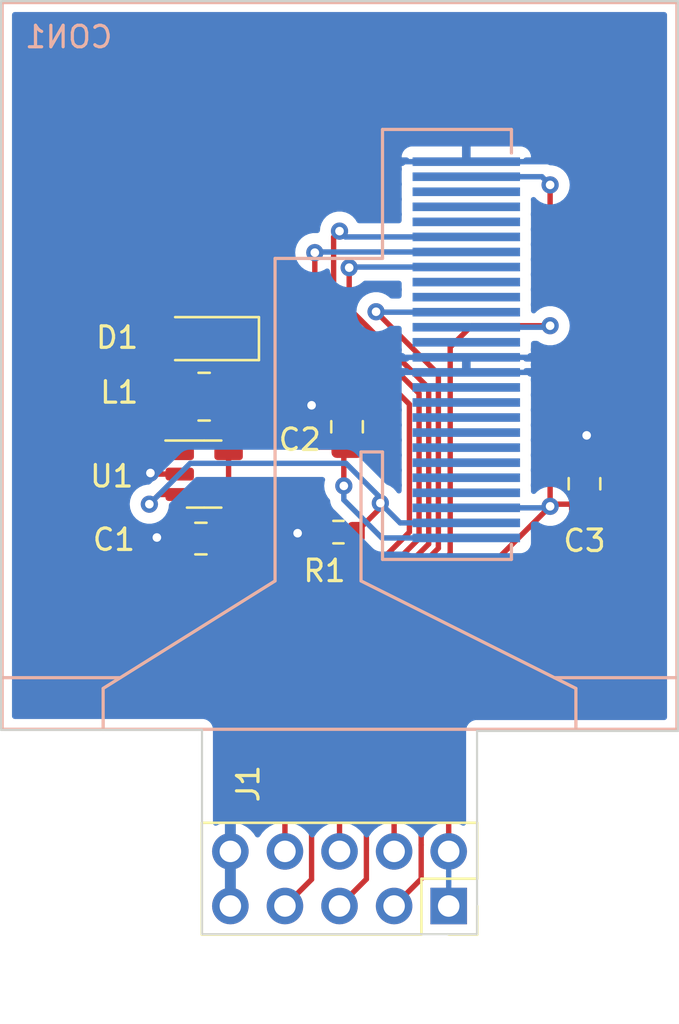
<source format=kicad_pcb>
(kicad_pcb (version 20211014) (generator pcbnew)
  (layers (0 "F.Cu" signal) (31 "B.Cu" signal) (34 "B.Paste" user) (35 "F.Paste" user) (36 "B.SilkS" user "B.Silkscreen") (37 "F.SilkS" user "F.Silkscreen") (38 "B.Mask" user) (39 "F.Mask" user) (44 "Edge.Cuts" user))
  (net 0 "")
  (net 1 "VBAT")
  (net 2 "GND")
  (net 3 "BLCD_A")
  (net 4 "+3V3")
  (net 8 "SPI_CS_LCD0")
  (net 9 "LCD_RESET")
  (net 10 "SPI_DC")
  (net 13 "SPI_MOSI")
  (net 14 "SPI_SCK")
  (net 24 "BLCD_K")
  (net 25 "Net-(D1-Pad2)")
  (footprint "Connector_PinSocket_2.54mm:PinSocket_2x05_P2.54mm_Vertical" (layer "F.Cu") (at 135.63 115.59 -90)
    (fp_text reference "J1" (at -5.69 9.33 90) (layer "F.SilkS"))
    (fp_text value "Conn_01x10_Male")
    (fp_line (start 0 -1.33) (end 1.33 -1.33) (layer "F.SilkS") (width 0.12))
    (fp_line (start -3.87 -1.33) (end -1.27 -1.33) (layer "F.SilkS") (width 0.12))
    (fp_line (start 1.33 1.27) (end 1.33 11.49) (layer "F.SilkS") (width 0.12))
    (fp_line (start 1.33 -1.33) (end 1.33 0) (layer "F.SilkS") (width 0.12))
    (fp_line (start -1.27 -1.33) (end -1.27 1.27) (layer "F.SilkS") (width 0.12))
    (fp_line (start -3.87 11.49) (end 1.33 11.49) (layer "F.SilkS") (width 0.12))
    (fp_line (start -1.27 1.27) (end 1.33 1.27) (layer "F.SilkS") (width 0.12))
    (fp_line (start -3.87 -1.33) (end -3.87 11.49) (layer "F.SilkS") (width 0.12))
    (pad "1" thru_hole rect (at 0 0 270) (size 1.7 1.7) (drill 1) (layers *.Cu *.Mask) (net 4 "+3V3"))
    (pad "2" thru_hole oval (at -2.54 0 270) (size 1.7 1.7) (drill 1) (layers *.Cu *.Mask) (net 4 "+3V3"))
    (pad "3" thru_hole oval (at 0 2.54 270) (size 1.7 1.7) (drill 1) (layers *.Cu *.Mask) (net 14 "SPI_SCK"))
    (pad "4" thru_hole oval (at -2.54 2.54 270) (size 1.7 1.7) (drill 1) (layers *.Cu *.Mask) (net 13 "SPI_MOSI"))
    (pad "5" thru_hole oval (at 0 5.08 270) (size 1.7 1.7) (drill 1) (layers *.Cu *.Mask) (net 10 "SPI_DC"))
    (pad "6" thru_hole oval (at -2.54 5.08 270) (size 1.7 1.7) (drill 1) (layers *.Cu *.Mask) (net 8 "SPI_CS_LCD0"))
    (pad "7" thru_hole oval (at 0 7.62 270) (size 1.7 1.7) (drill 1) (layers *.Cu *.Mask) (net 9 "LCD_RESET"))
    (pad "8" thru_hole oval (at -2.54 7.62 270) (size 1.7 1.7) (drill 1) (layers *.Cu *.Mask) (net 1 "VBAT"))
    (pad "9" thru_hole oval (at 0 10.16 270) (size 1.7 1.7) (drill 1) (layers *.Cu *.Mask) (net 2 "GND"))
    (pad "10" thru_hole oval (at -2.54 10.16 270) (size 1.7 1.7) (drill 1) (layers *.Cu *.Mask) (net 2 "GND"))
  )
  (footprint "Capacitor_SMD:C_0805_2012Metric" (layer "F.Cu") (at 124.1 98.5 180)
    (fp_text reference "C1" (at 4.05 -0.05) (layer "F.SilkS"))
    (fp_text value "10u")
    (fp_line (start -0.261252 -0.735) (end 0.261252 -0.735) (layer "F.SilkS") (width 0.12))
    (fp_line (start -0.261252 0.735) (end 0.261252 0.735) (layer "F.SilkS") (width 0.12))
    (pad "1" smd roundrect (at -0.95 0 180) (size 1 1.45) (layers "F.Cu" "F.Paste" "F.Mask") (net 1 "VBAT"))
    (pad "2" smd roundrect (at 0.95 0 180) (size 1 1.45) (layers "F.Cu" "F.Paste" "F.Mask") (net 2 "GND"))
  )
  (footprint "Capacitor_SMD:C_0805_2012Metric" (layer "F.Cu") (at 141.95 95.95 90)
    (fp_text reference "C3" (at -2.65 0 180) (layer "F.SilkS"))
    (fp_text value "10u")
    (fp_line (start -0.261252 0.735) (end 0.261252 0.735) (layer "F.SilkS") (width 0.12))
    (fp_line (start -0.261252 -0.735) (end 0.261252 -0.735) (layer "F.SilkS") (width 0.12))
    (pad "1" smd roundrect (at -0.95 0 90) (size 1 1.45) (layers "F.Cu" "F.Paste" "F.Mask") (net 4 "+3V3"))
    (pad "2" smd roundrect (at 0.95 0 90) (size 1 1.45) (layers "F.Cu" "F.Paste" "F.Mask") (net 2 "GND"))
  )
  (footprint "Capacitor_SMD:C_0805_2012Metric" (layer "F.Cu") (at 130.9 93.3 90)
    (fp_text reference "C2" (at -0.6 -2.2 180) (layer "F.SilkS"))
    (fp_text value "10u")
    (fp_line (start -0.261252 0.735) (end 0.261252 0.735) (layer "F.SilkS") (width 0.12))
    (fp_line (start -0.261252 -0.735) (end 0.261252 -0.735) (layer "F.SilkS") (width 0.12))
    (pad "1" smd roundrect (at -0.95 0 90) (size 1 1.45) (layers "F.Cu" "F.Paste" "F.Mask") (net 3 "BLCD_A"))
    (pad "2" smd roundrect (at 0.95 0 90) (size 1 1.45) (layers "F.Cu" "F.Paste" "F.Mask") (net 2 "GND"))
  )
  (footprint "Package_TO_SOT_SMD:SOT-23-5" (layer "F.Cu") (at 124.25 95.5)
    (fp_text reference "U1" (at -4.3 0.1) (layer "F.SilkS"))
    (fp_text value "XR2203")
    (fp_line (start 0 -1.56) (end 0.8 -1.56) (layer "F.SilkS") (width 0.12))
    (fp_line (start 0 1.56) (end -0.8 1.56) (layer "F.SilkS") (width 0.12))
    (fp_line (start 0 -1.56) (end -1.8 -1.56) (layer "F.SilkS") (width 0.12))
    (fp_line (start 0 1.56) (end 0.8 1.56) (layer "F.SilkS") (width 0.12))
    (pad "1" smd roundrect (at -1.1375 -0.95) (size 1.325 0.6) (layers "F.Cu" "F.Paste" "F.Mask") (net 25 "Net-(D1-Pad2)"))
    (pad "2" smd roundrect (at -1.1375 0) (size 1.325 0.6) (layers "F.Cu" "F.Paste" "F.Mask") (net 2 "GND"))
    (pad "3" smd roundrect (at -1.1375 0.95) (size 1.325 0.6) (layers "F.Cu" "F.Paste" "F.Mask") (net 24 "BLCD_K"))
    (pad "4" smd roundrect (at 1.1375 0.95) (size 1.325 0.6) (layers "F.Cu" "F.Paste" "F.Mask") (net 1 "VBAT"))
    (pad "5" smd roundrect (at 1.1375 -0.95) (size 1.325 0.6) (layers "F.Cu" "F.Paste" "F.Mask") (net 1 "VBAT"))
  )
  (footprint "Inductor_SMD:L_1008_2520Metric" (layer "F.Cu") (at 124.25 91.9 180)
    (fp_text reference "L1" (at 3.95 0.2) (layer "F.SilkS"))
    (fp_text value "4u7")
    (fp_line (start -0.261252 1.11) (end 0.261252 1.11) (layer "F.SilkS") (width 0.12))
    (fp_line (start -0.261252 -1.11) (end 0.261252 -1.11) (layer "F.SilkS") (width 0.12))
    (pad "1" smd roundrect (at -1.075 0 180) (size 1.25 2.2) (layers "F.Cu" "F.Paste" "F.Mask") (roundrect_rratio 0.2) (net 1 "VBAT"))
    (pad "2" smd roundrect (at 1.075 0 180) (size 1.25 2.2) (layers "F.Cu" "F.Paste" "F.Mask") (roundrect_rratio 0.2) (net 25 "Net-(D1-Pad2)"))
  )
  (footprint "Resistor_SMD:R_0603_1608Metric" (layer "F.Cu") (at 130.5 98.2 180)
    (fp_text reference "R1" (at 0.65 -1.8) (layer "F.SilkS"))
    (fp_text value "27R")
    (fp_line (start -0.237258 -0.5225) (end 0.237258 -0.5225) (layer "F.SilkS") (width 0.12))
    (fp_line (start -0.237258 0.5225) (end 0.237258 0.5225) (layer "F.SilkS") (width 0.12))
    (pad "1" smd roundrect (at -0.825 0 180) (size 0.8 0.95) (layers "F.Cu" "F.Paste" "F.Mask") (net 24 "BLCD_K"))
    (pad "2" smd roundrect (at 0.825 0 180) (size 0.8 0.95) (layers "F.Cu" "F.Paste" "F.Mask") (net 2 "GND"))
  )
  (footprint "Diode_SMD:D_SOD-123" (layer "F.Cu") (at 124.55 89.2 180)
    (fp_text reference "D1" (at 4.35 0.05) (layer "F.SilkS"))
    (fp_text value "MBR0520")
    (fp_line (start -2.25 -1) (end 1.65 -1) (layer "F.SilkS") (width 0.12))
    (fp_line (start -2.25 -1) (end -2.25 1) (layer "F.SilkS") (width 0.12))
    (fp_line (start -2.25 1) (end 1.65 1) (layer "F.SilkS") (width 0.12))
    (pad "1" smd rect (at -1.65 0 180) (size 0.9 1.2) (layers "F.Cu" "F.Paste" "F.Mask") (net 3 "BLCD_A"))
    (pad "2" smd rect (at 1.65 0 180) (size 0.9 1.2) (layers "F.Cu" "F.Paste" "F.Mask") (net 25 "Net-(D1-Pad2)"))
  )
  (footprint "jeroens_lib:lcd_1.5in_vert_hotbar" (layer "B.Cu") (at 130.55 90.47 180)
    (fp_text reference "CON1" (at 12.6 15.3) (layer "B.SilkS") (effects (justify mirror)))
    (fp_text value "1.5IN_DISP_240x240")
    (fp_line (start -1 -4) (end -1 -10) (layer "B.SilkS") (width 0.15))
    (fp_line (start -8 -8.3) (end -8 -9) (layer "B.SilkS") (width 0.15))
    (fp_line (start -2 -4) (end -1 -4) (layer "B.SilkS") (width 0.15))
    (fp_line (start -2 5) (end 3 5) (layer "B.SilkS") (width 0.15))
    (fp_line (start 15.7 16.9) (end -15.7 16.9) (layer "B.SilkS") (width 0.15))
    (fp_line (start -15.7 -16.9) (end 15.7 -16.9) (layer "B.SilkS") (width 0.15))
    (fp_line (start -8 11) (end -2 11) (layer "B.SilkS") (width 0.15))
    (fp_line (start 10.2 -14.5) (end 15.7 -14.5) (layer "B.SilkS") (width 0.15))
    (fp_line (start -2 -9) (end -2 -4) (layer "B.SilkS") (width 0.15))
    (fp_line (start 3 5) (end 3 -10) (layer "B.SilkS") (width 0.15))
    (fp_line (start -11 -15) (end -11 -16.9) (layer "B.SilkS") (width 0.15))
    (fp_line (start 3 -10) (end 11 -15) (layer "B.SilkS") (width 0.15))
    (fp_line (start -8 9.9) (end -8 11) (layer "B.SilkS") (width 0.15))
    (fp_line (start 15.7 -16.9) (end 15.7 16.9) (layer "B.SilkS") (width 0.15))
    (fp_line (start -15.7 16.9) (end -15.7 -16.9) (layer "B.SilkS") (width 0.15))
    (fp_line (start -1 -10) (end -11 -15) (layer "B.SilkS") (width 0.15))
    (fp_line (start -8 -9) (end -2 -9) (layer "B.SilkS") (width 0.15))
    (fp_line (start 11 -15) (end 11 -16.9) (layer "B.SilkS") (width 0.15))
    (fp_line (start -15.7 -14.5) (end -10 -14.5) (layer "B.SilkS") (width 0.15))
    (fp_line (start -2 11) (end -2 5) (layer "B.SilkS") (width 0.15))
    (pad "8" smd rect locked (at -5.9 9.5 180) (size 5 0.4) (layers "B.Cu" "B.Paste" "B.Mask") (net 2 "GND"))
    (pad "9" smd rect locked (at -5.9 8.8 180) (size 5 0.4) (layers "B.Cu" "B.Paste" "B.Mask") (net 4 "+3V3"))
    (pad "10" smd rect locked (at -5.9 8.1 180) (size 5 0.4) (layers "B.Cu" "B.Paste" "B.Mask"))
    (pad "11" smd rect locked (at -5.9 7.4 180) (size 5 0.4) (layers "B.Cu" "B.Paste" "B.Mask"))
    (pad "12" smd rect locked (at -5.9 6.7 180) (size 5 0.4) (layers "B.Cu" "B.Paste" "B.Mask"))
    (pad "13" smd rect locked (at -5.9 6 180) (size 5 0.4) (layers "B.Cu" "B.Paste" "B.Mask") (net 8 "SPI_CS_LCD0"))
    (pad "14" smd rect locked (at -5.9 5.3 180) (size 5 0.4) (layers "B.Cu" "B.Paste" "B.Mask") (net 9 "LCD_RESET"))
    (pad "15" smd rect locked (at -5.9 4.6 180) (size 5 0.4) (layers "B.Cu" "B.Paste" "B.Mask") (net 10 "SPI_DC"))
    (pad "16" smd rect locked (at -5.9 3.9 180) (size 5 0.4) (layers "B.Cu" "B.Paste" "B.Mask"))
    (pad "17" smd rect locked (at -5.9 3.2 180) (size 5 0.4) (layers "B.Cu" "B.Paste" "B.Mask"))
    (pad "18" smd rect locked (at -5.9 2.5 180) (size 5 0.4) (layers "B.Cu" "B.Paste" "B.Mask") (net 13 "SPI_MOSI"))
    (pad "19" smd rect locked (at -5.9 1.8 180) (size 5 0.4) (layers "B.Cu" "B.Paste" "B.Mask") (net 14 "SPI_SCK"))
    (pad "20" smd rect locked (at -5.9 1.1 180) (size 5 0.4) (layers "B.Cu" "B.Paste" "B.Mask"))
    (pad "21" smd rect locked (at -5.9 0.4 180) (size 5 0.4) (layers "B.Cu" "B.Paste" "B.Mask") (net 2 "GND"))
    (pad "22" smd rect locked (at -5.9 -0.3 180) (size 5 0.4) (layers "B.Cu" "B.Paste" "B.Mask") (net 2 "GND"))
    (pad "23" smd rect locked (at -5.9 -1 180) (size 5 0.4) (layers "B.Cu" "B.Paste" "B.Mask"))
    (pad "24" smd rect locked (at -5.9 -1.7 180) (size 5 0.4) (layers "B.Cu" "B.Paste" "B.Mask"))
    (pad "25" smd rect locked (at -5.9 -2.4 180) (size 5 0.4) (layers "B.Cu" "B.Paste" "B.Mask"))
    (pad "26" smd rect locked (at -5.9 -3.1 180) (size 5 0.4) (layers "B.Cu" "B.Paste" "B.Mask"))
    (pad "27" smd rect locked (at -5.9 -3.8 180) (size 5 0.4) (layers "B.Cu" "B.Paste" "B.Mask"))
    (pad "28" smd rect locked (at -5.9 -4.5 180) (size 5 0.4) (layers "B.Cu" "B.Paste" "B.Mask"))
    (pad "29" smd rect locked (at -5.9 -5.2 180) (size 5 0.4) (layers "B.Cu" "B.Paste" "B.Mask"))
    (pad "30" smd rect locked (at -5.9 -5.9 180) (size 5 0.4) (layers "B.Cu" "B.Paste" "B.Mask"))
    (pad "31" smd rect locked (at -5.9 -6.6 180) (size 5 0.4) (layers "B.Cu" "B.Paste" "B.Mask") (net 4 "+3V3"))
    (pad "32" smd rect locked (at -5.9 -7.3 180) (size 5 0.4) (layers "B.Cu" "B.Paste" "B.Mask") (net 24 "BLCD_K"))
    (pad "33" smd rect locked (at -5.9 -8 180) (size 5 0.4) (layers "B.Cu" "B.Paste" "B.Mask") (net 3 "BLCD_A"))
  )
  (gr_line (start 124.15 116.9) (end 124.15 107.4) (layer "Edge.Cuts") (width 0.1))
  (gr_line (start 114.8 73.5) (end 146.3 73.5) (layer "Edge.Cuts") (width 0.1))
  (gr_line (start 146.3 73.5) (end 146.3 107.45) (layer "Edge.Cuts") (width 0.1))
  (gr_line (start 136.95 116.9) (end 136.95 107.45) (layer "Edge.Cuts") (width 0.1))
  (gr_line (start 124.15 116.9) (end 136.95 116.9) (layer "Edge.Cuts") (width 0.1))
  (gr_line (start 114.8 107.4) (end 114.8 73.5) (layer "Edge.Cuts") (width 0.1))
  (gr_line (start 124.15 107.4) (end 114.8 107.4) (layer "Edge.Cuts") (width 0.1))
  (gr_line (start 136.95 107.45) (end 146.3 107.45) (layer "Edge.Cuts") (width 0.1))
  (segment (start 125.325 94.4875) (end 125.3875 94.55) (width 0.25) (layer "F.Cu") (net 1))
  (segment (start 125.05 98.5) (end 125.05 96.7875) (width 0.25) (layer "F.Cu") (net 1))
  (segment (start 128.01 101.46) (end 125.05 98.5) (width 0.25) (layer "F.Cu") (net 1))
  (segment (start 125.3875 94.55) (end 125.3875 96.45) (width 0.25) (layer "F.Cu") (net 1))
  (segment (start 125.05 96.7875) (end 125.3875 96.45) (width 0.25) (layer "F.Cu") (net 1))
  (segment (start 125.325 91.9) (end 125.325 94.4875) (width 0.25) (layer "F.Cu") (net 1))
  (segment (start 128.01 113.05) (end 128.01 101.46) (width 0.25) (layer "F.Cu") (net 1))
  (segment (start 129.675 98.2) (end 128.65 98.2) (width 0.25) (layer "F.Cu") (net 2))
  (segment (start 121.8 95.5) (end 121.75 95.45) (width 0.25) (layer "F.Cu") (net 2))
  (segment (start 123.1125 95.5) (end 121.8 95.5) (width 0.25) (layer "F.Cu") (net 2))
  (segment (start 123.15 98.5) (end 122.1 98.5) (width 0.25) (layer "F.Cu") (net 2))
  (segment (start 141.95 93.8) (end 142.05 93.7) (width 0.25) (layer "F.Cu") (net 2))
  (segment (start 129.3 92.35) (end 129.25 92.3) (width 0.25) (layer "F.Cu") (net 2))
  (segment (start 128.65 98.2) (end 128.6 98.25) (width 0.25) (layer "F.Cu") (net 2))
  (segment (start 122.1 98.5) (end 122.05 98.45) (width 0.25) (layer "F.Cu") (net 2))
  (segment (start 141.95 95) (end 141.95 93.8) (width 0.25) (layer "F.Cu") (net 2))
  (segment (start 130.9 92.35) (end 129.3 92.35) (width 0.25) (layer "F.Cu") (net 2))
  (via (at 122.05 98.45) (size 0.8) (drill 0.4) (layers "F.Cu" "B.Cu") (net 2))
  (via (at 129.25 92.3) (size 0.8) (drill 0.4) (layers "F.Cu" "B.Cu") (net 2))
  (via (at 142.05 93.7) (size 0.8) (drill 0.4) (layers "F.Cu" "B.Cu") (net 2))
  (via (at 128.6 98.25) (size 0.8) (drill 0.4) (layers "F.Cu" "B.Cu") (net 2))
  (via (at 121.75 95.45) (size 0.8) (drill 0.4) (layers "F.Cu" "B.Cu") (net 2))
  (segment (start 136.45 80.97) (end 140.33 80.97) (width 0.25) (layer "B.Cu") (net 2))
  (segment (start 136.45 90.07) (end 140.08 90.07) (width 0.25) (layer "B.Cu") (net 2))
  (segment (start 136.45 90.77) (end 132.08 90.77) (width 0.25) (layer "B.Cu") (net 2))
  (segment (start 136.45 90.77) (end 140.32 90.77) (width 0.25) (layer "B.Cu") (net 2))
  (segment (start 136.45 80.97) (end 132.27 80.97) (width 0.25) (layer "B.Cu") (net 2))
  (segment (start 136.45 90.07) (end 131.77 90.07) (width 0.25) (layer "B.Cu") (net 2))
  (segment (start 130.75 96.05) (end 130.75 94.4) (width 0.25) (layer "F.Cu") (net 3))
  (segment (start 128.45 91.45) (end 128.45 93.1) (width 0.25) (layer "F.Cu") (net 3))
  (segment (start 126.2 89.2) (end 128.45 91.45) (width 0.25) (layer "F.Cu") (net 3))
  (segment (start 128.45 93.1) (end 129.6 94.25) (width 0.25) (layer "F.Cu") (net 3))
  (segment (start 129.6 94.25) (end 130.9 94.25) (width 0.25) (layer "F.Cu") (net 3))
  (segment (start 130.75 94.4) (end 130.9 94.25) (width 0.25) (layer "F.Cu") (net 3))
  (via (at 130.75 96.05) (size 0.8) (drill 0.4) (layers "F.Cu" "B.Cu") (net 3))
  (segment (start 136.45 98.47) (end 132.52 98.47) (width 0.25) (layer "B.Cu") (net 3))
  (segment (start 132.52 98.47) (end 130.75 96.7) (width 0.25) (layer "B.Cu") (net 3))
  (segment (start 130.75 96.7) (end 130.75 96.05) (width 0.25) (layer "B.Cu") (net 3))
  (segment (start 140.35 86.95) (end 140.35 82.05) (width 0.25) (layer "F.Cu") (net 4))
  (segment (start 141.45 89.4) (end 141.45 88.05) (width 0.25) (layer "F.Cu") (net 4))
  (segment (start 140.35 97) (end 140.35 90.5) (width 0.25) (layer "F.Cu") (net 4))
  (segment (start 141.45 88.05) (end 140.35 86.95) (width 0.25) (layer "F.Cu") (net 4))
  (segment (start 135.63 101.72) (end 140.35 97) (width 0.25) (layer "F.Cu") (net 4))
  (segment (start 140.45 96.9) (end 140.35 97) (width 0.25) (layer "F.Cu") (net 4))
  (segment (start 135.63 113.05) (end 135.63 101.72) (width 0.25) (layer "F.Cu") (net 4))
  (segment (start 140.35 90.5) (end 141.45 89.4) (width 0.25) (layer "F.Cu") (net 4))
  (segment (start 141.95 96.9) (end 140.45 96.9) (width 0.25) (layer "F.Cu") (net 4))
  (via (at 140.35 97) (size 0.8) (drill 0.4) (layers "F.Cu" "B.Cu") (net 4))
  (via (at 140.35 82.05) (size 0.8) (drill 0.4) (layers "F.Cu" "B.Cu") (net 4))
  (segment (start 140.28 97.07) (end 136.45 97.07) (width 0.25) (layer "B.Cu") (net 4))
  (segment (start 135.63 115.59) (end 135.63 113.05) (width 0.25) (layer "B.Cu") (net 4))
  (segment (start 140.35 82.05) (end 139.97 81.67) (width 0.25) (layer "B.Cu") (net 4))
  (segment (start 139.97 81.67) (end 136.45 81.67) (width 0.25) (layer "B.Cu") (net 4))
  (segment (start 140.35 97) (end 140.28 97.07) (width 0.25) (layer "B.Cu") (net 4))
  (segment (start 130.275499 87.775499) (end 130.275499 84.474501) (width 0.25) (layer "F.Cu") (net 8))
  (segment (start 130.275499 84.474501) (end 130.55 84.2) (width 0.25) (layer "F.Cu") (net 8))
  (segment (start 130.55 102.2) (end 134.250489 98.499511) (width 0.25) (layer "F.Cu") (net 8))
  (segment (start 130.55 113.05) (end 130.55 102.2) (width 0.25) (layer "F.Cu") (net 8))
  (segment (start 134.250489 91.750489) (end 130.275499 87.775499) (width 0.25) (layer "F.Cu") (net 8))
  (segment (start 134.250489 98.499511) (end 134.250489 91.750489) (width 0.25) (layer "F.Cu") (net 8))
  (via (at 130.55 84.2) (size 0.8) (drill 0.4) (layers "F.Cu" "B.Cu") (net 8))
  (segment (start 130.82 84.47) (end 136.45 84.47) (width 0.25) (layer "B.Cu") (net 8))
  (segment (start 130.55 84.2) (end 130.82 84.47) (width 0.25) (layer "B.Cu") (net 8))
  (segment (start 133.800978 98.199022) (end 133.800978 92.250978) (width 0.25) (layer "F.Cu") (net 9))
  (segment (start 133.800978 92.250978) (end 129.4 87.85) (width 0.25) (layer "F.Cu") (net 9))
  (segment (start 129.25 114.35) (end 129.25 102.75) (width 0.25) (layer "F.Cu") (net 9))
  (segment (start 128.01 115.59) (end 129.25 114.35) (width 0.25) (layer "F.Cu") (net 9))
  (segment (start 129.4 87.85) (end 129.4 85.2) (width 0.25) (layer "F.Cu") (net 9))
  (segment (start 129.25 102.75) (end 133.800978 98.199022) (width 0.25) (layer "F.Cu") (net 9))
  (via (at 129.4 85.2) (size 0.8) (drill 0.4) (layers "F.Cu" "B.Cu") (net 9))
  (segment (start 129.4 85.2) (end 129.43 85.17) (width 0.25) (layer "B.Cu") (net 9))
  (segment (start 129.43 85.17) (end 136.45 85.17) (width 0.25) (layer "B.Cu") (net 9))
  (segment (start 131.8 101.65) (end 134.7 98.75) (width 0.25) (layer "F.Cu") (net 10))
  (segment (start 134.7 91.5) (end 131.2 88) (width 0.25) (layer "F.Cu") (net 10))
  (segment (start 134.7 98.75) (end 134.7 91.5) (width 0.25) (layer "F.Cu") (net 10))
  (segment (start 131.2 88) (end 131 87.8) (width 0.25) (layer "F.Cu") (net 10))
  (segment (start 131.8 114.34) (end 131.8 113) (width 0.25) (layer "F.Cu") (net 10))
  (segment (start 131.8 113) (end 131.8 101.65) (width 0.25) (layer "F.Cu") (net 10))
  (segment (start 131 87.8) (end 131 85.9) (width 0.25) (layer "F.Cu") (net 10))
  (segment (start 130.55 115.59) (end 131.8 114.34) (width 0.25) (layer "F.Cu") (net 10))
  (via (at 131 85.9) (size 0.8) (drill 0.4) (layers "F.Cu" "B.Cu") (net 10))
  (segment (start 131 85.9) (end 131.03 85.87) (width 0.25) (layer "B.Cu") (net 10))
  (segment (start 131.03 85.87) (end 136.45 85.87) (width 0.25) (layer "B.Cu") (net 10))
  (segment (start 135.15 90.85) (end 132.25 87.95) (width 0.25) (layer "F.Cu") (net 13))
  (segment (start 133.09 101.01) (end 134.95 99.15) (width 0.25) (layer "F.Cu") (net 13))
  (segment (start 135.15 91.75) (end 135.15 90.85) (width 0.25) (layer "F.Cu") (net 13))
  (segment (start 133.09 113.05) (end 133.09 101.01) (width 0.25) (layer "F.Cu") (net 13))
  (segment (start 134.95 99.15) (end 135.15 98.95) (width 0.25) (layer "F.Cu") (net 13))
  (segment (start 135.15 98.95) (end 135.15 91.75) (width 0.25) (layer "F.Cu") (net 13))
  (via (at 132.25 87.95) (size 0.8) (drill 0.4) (layers "F.Cu" "B.Cu") (net 13))
  (segment (start 132.25 87.95) (end 132.27 87.97) (width 0.25) (layer "B.Cu") (net 13))
  (segment (start 132.27 87.97) (end 136.45 87.97) (width 0.25) (layer "B.Cu") (net 13))
  (segment (start 134.35 100.55) (end 135.6 99.3) (width 0.25) (layer "F.Cu") (net 14))
  (segment (start 136.7 88.6) (end 140.35 88.6) (width 0.25) (layer "F.Cu") (net 14))
  (segment (start 133.09 115.59) (end 134.35 114.33) (width 0.25) (layer "F.Cu") (net 14))
  (segment (start 134.35 112.75) (end 134.35 100.55) (width 0.25) (layer "F.Cu") (net 14))
  (segment (start 135.7 89.6) (end 136.7 88.6) (width 0.25) (layer "F.Cu") (net 14))
  (segment (start 134.35 114.33) (end 134.35 112.75) (width 0.25) (layer "F.Cu") (net 14))
  (segment (start 135.6 99.3) (end 135.7 99.2) (width 0.25) (layer "F.Cu") (net 14))
  (segment (start 135.7 99.2) (end 135.7 89.6) (width 0.25) (layer "F.Cu") (net 14))
  (via (at 140.35 88.6) (size 0.8) (drill 0.4) (layers "F.Cu" "B.Cu") (net 14))
  (segment (start 140.35 88.6) (end 140.28 88.67) (width 0.25) (layer "B.Cu") (net 14))
  (segment (start 140.28 88.67) (end 136.45 88.67) (width 0.25) (layer "B.Cu") (net 14))
  (segment (start 132.45 97.075) (end 131.325 98.2) (width 0.25) (layer "F.Cu") (net 24))
  (segment (start 123.1125 96.45) (end 122.15 96.45) (width 0.25) (layer "F.Cu") (net 24))
  (segment (start 132.45 96.85) (end 132.45 97.075) (width 0.25) (layer "F.Cu") (net 24))
  (segment (start 122.15 96.45) (end 121.7 96.9) (width 0.25) (layer "F.Cu") (net 24))
  (via (at 132.45 96.85) (size 0.8) (drill 0.4) (layers "F.Cu" "B.Cu") (net 24))
  (via (at 121.7 96.9) (size 0.8) (drill 0.4) (layers "F.Cu" "B.Cu") (net 24))
  (segment (start 130.85 95) (end 132.45 96.6) (width 0.25) (layer "B.Cu") (net 24))
  (segment (start 133.37 97.77) (end 132.45 96.85) (width 0.25) (layer "B.Cu") (net 24))
  (segment (start 123.6 95) (end 130.85 95) (width 0.25) (layer "B.Cu") (net 24))
  (segment (start 132.45 96.6) (end 132.45 96.85) (width 0.25) (layer "B.Cu") (net 24))
  (segment (start 136.45 97.77) (end 133.37 97.77) (width 0.25) (layer "B.Cu") (net 24))
  (segment (start 121.7 96.9) (end 123.6 95) (width 0.25) (layer "B.Cu") (net 24))
  (segment (start 122.9 91.625) (end 122.9 89.2) (width 0.25) (layer "F.Cu") (net 25))
  (segment (start 123.1125 94.55) (end 123.1125 91.9625) (width 0.25) (layer "F.Cu") (net 25))
  (segment (start 123.1125 91.9625) (end 123.175 91.9) (width 0.25) (layer "F.Cu") (net 25))
  (segment (start 123.175 91.9) (end 122.9 91.625) (width 0.25) (layer "F.Cu") (net 25))
  (zone (net 2) (net_name "GND") (layer "B.Cu") (connect_pads (clearance 0.508)) (min_thickness 0.254) (fill yes (thermal_gap 0.508) (thermal_bridge_width 0.508))
    (polygon (pts (xy 146.3 107.45) (xy 136.95 107.45) (xy 136.95 116.9) (xy 124.15 116.9) (xy 124.15 107.4) (xy 114.8 107.4) (xy 114.8 73.5) (xy 146.3 73.5)))
  )
)
</source>
